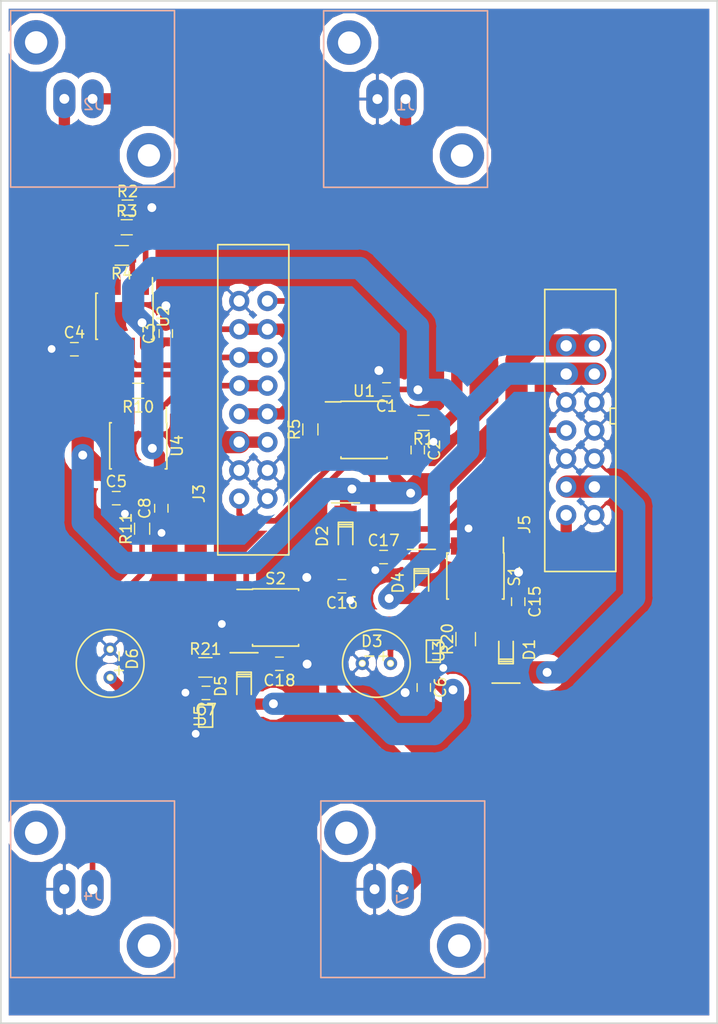
<source format=kicad_pcb>
(kicad_pcb (version 20221018) (generator pcbnew)
  (layers (0 "F.Cu" signal) (31 "B.Cu" signal) (34 "B.Paste" user) (35 "F.Paste" user) (36 "B.SilkS" user "B.Silkscreen") (37 "F.SilkS" user "F.Silkscreen") (38 "B.Mask" user) (39 "F.Mask" user) (44 "Edge.Cuts" user))
  (net 0 "")
  (net 1 "+15V")
  (net 2 "-15V")
  (net 3 "+5V")
  (net 4 "-5V")
  (net 5 "Net-(C15-Pad2)")
  (net 6 "Net-(C16-Pad2)")
  (net 7 "Net-(C17-Pad2)")
  (net 8 "Net-(C18-Pad2)")
  (net 9 "Net-(D3-Pad2)")
  (net 10 "Net-(J1-Pad1)")
  (net 11 "Net-(J2-Pad2)")
  (net 12 "Net-(J2-Pad1)")
  (net 13 "Net-(J4-Pad1)")
  (net 14 "Digital_control")
  (net 15 "Net-(R1-Pad2)")
  (net 16 "Net-(R4-Pad1)")
  (net 17 "Net-(R4-Pad2)")
  (net 18 "Net-(R5-Pad1)")
  (net 19 "Net-(R5-Pad2)")
  (net 20 "rconn_4")
  (net 21 "rconn_3")
  (net 22 "Net-(R10-Pad1)")
  (net 23 "Net-(R10-Pad2)")
  (net 24 "Net-(R11-Pad2)")
  (net 25 "rconn_1")
  (net 26 "rconn_2")
  (net 27 "GND")
  (net 28 "Net-(D6-Pad2)")
  (net 29 "rconn_7")
  (net 30 "rconn_6")
  (net 31 "rconn_5")
  (net 32 "Net-(R20-Pad1)")
  (net 33 "Net-(R21-Pad1)")
  (net 34 "Net-(S1-Pad2)")
  (net 35 "Net-(S1-Pad5)")
  (net 36 "Net-(S2-Pad2)")
  (net 37 "Net-(S2-Pad5)")
  (footprint "Capacitors_SMD:C_0603" (layer "F.Cu") (at 104.954334 135.211379)
    (fp_text reference "C17")
    (fp_text value "0.1uF")
  )
  (footprint "Capacitors_SMD:C_0603" (layer "F.Cu") (at 117.079334 139.226379 -90)
    (fp_text reference "C15")
    (fp_text value "0.1uF")
  )
  (footprint "zmyfootprint:LED" (layer "F.Cu") (at 80.325 144.78 90)
    (fp_text reference "D6")
    (fp_text value "LED")
  )
  (footprint "zmyfootprint:LED" (layer "F.Cu") (at 104.304334 144.78 180)
    (fp_text reference "D3")
    (fp_text value "LED")
  )
  (footprint "zmyfootprint:Diode_SOD80" (layer "F.Cu") (at 108.359334 137.271379 -90)
    (fp_text reference "D4")
    (fp_text value "D")
  )
  (footprint "zmyfootprint:Diode_SOD80" (layer "F.Cu") (at 115.979334 143.801379 90)
    (fp_text reference "D1")
    (fp_text value "D")
  )
  (footprint "Resistors_SMD:R_0603" (layer "F.Cu") (at 98.359334 123.726379 90)
    (fp_text reference "R5")
    (fp_text value "200")
  )
  (footprint "zmyfootprint:TC7SZ125FU" (layer "F.Cu") (at 109.429334 143.686379 90)
    (fp_text reference "U3")
    (fp_text value "TC7SZ125FU")
  )
  (footprint "Resistors_SMD:R_0603" (layer "F.Cu") (at 108.549334 123.136379 180)
    (fp_text reference "R1")
    (fp_text value "50")
  )
  (footprint "Housings_SOIC:SOIC-8-1EP_3.9x4.9mm_Pitch1.27mm" (layer "F.Cu") (at 113.224334 136.916379 -90)
    (fp_text reference "S1")
    (fp_text value "MAX4656")
  )
  (footprint "Housings_SOIC:SOIC-8_3.9x4.9mm_Pitch1.27mm" (layer "F.Cu") (at 103.189334 123.771379)
    (fp_text reference "U1")
    (fp_text value "AD8421")
  )
  (footprint "Resistors_SMD:R_0805" (layer "F.Cu") (at 112.349334 142.596379 90)
    (fp_text reference "R20")
    (fp_text value "200")
  )
  (footprint "Capacitors_SMD:C_0603" (layer "F.Cu") (at 108.574026 146.946062 -90)
    (fp_text reference "C6")
    (fp_text value "0.1uF")
  )
  (footprint "Capacitors_SMD:C_0603" (layer "F.Cu") (at 108.029334 125.576379 -90)
    (fp_text reference "C2")
    (fp_text value "0.1uF")
  )
  (footprint "Capacitors_SMD:C_0603" (layer "F.Cu") (at 105.219334 120.126379 180)
    (fp_text reference "C1")
    (fp_text value "0.1uF")
  )
  (footprint "Capacitors_SMD:C_0603" (layer "F.Cu") (at 80.874334 129.911379)
    (fp_text reference "C5")
    (fp_text value "0.1uF")
  )
  (footprint "Capacitors_SMD:C_0603" (layer "F.Cu") (at 84.934334 130.821379 90)
    (fp_text reference "C8")
    (fp_text value "0.1uF")
  )
  (footprint "Capacitors_SMD:C_0603" (layer "F.Cu") (at 85.339334 115.096379 90)
    (fp_text reference "C3")
    (fp_text value "0.1uF")
  )
  (footprint "Capacitors_SMD:C_0603" (layer "F.Cu") (at 77.104334 116.511379)
    (fp_text reference "C4")
    (fp_text value "0.1uF")
  )
  (footprint "Housings_SOIC:SOIC-8_3.9x4.9mm_Pitch1.27mm" (layer "F.Cu") (at 81.614334 113.546379 -90)
    (fp_text reference "U2")
    (fp_text value "AD8421")
  )
  (footprint "Housings_SOIC:SOIC-8_3.9x4.9mm_Pitch1.27mm" (layer "F.Cu") (at 82.859334 125.201379 -90)
    (fp_text reference "U4")
    (fp_text value "AD8421")
  )
  (footprint "Resistors_SMD:R_0603" (layer "F.Cu") (at 83.204334 132.661379 90)
    (fp_text reference "R11")
    (fp_text value "50")
  )
  (footprint "Resistors_SMD:R_0603" (layer "F.Cu") (at 82.854334 120.251379 180)
    (fp_text reference "R10")
    (fp_text value "1k")
  )
  (footprint "Resistors_SMD:R_0805" (layer "F.Cu") (at 81.369334 108.066379 180)
    (fp_text reference "R4")
    (fp_text value "DNP")
  )
  (footprint "Resistors_SMD:R_0603" (layer "F.Cu") (at 81.819334 105.536379)
    (fp_text reference "R3")
    (fp_text value "1M")
  )
  (footprint "Resistors_SMD:R_0603" (layer "F.Cu") (at 81.899334 103.766379)
    (fp_text reference "R2")
    (fp_text value "50")
  )
  (footprint "Housings_SOIC:SOIC-8-1EP_3.9x4.9mm_Pitch1.27mm" (layer "F.Cu") (at 95.225348 140.648519)
    (fp_text reference "S2")
    (fp_text value "MAX4656")
  )
  (footprint "zmyfootprint:TC7SZ125FU" (layer "F.Cu") (at 88.929334 149.511379 -90)
    (fp_text reference "U5")
    (fp_text value "TC7SZ125FU")
  )
  (footprint "Capacitors_SMD:C_0603" (layer "F.Cu") (at 101.204334 137.836379 180)
    (fp_text reference "C16")
    (fp_text value "0.1uF")
  )
  (footprint "zmyfootprint:16PinConn" (layer "F.Cu") (at 91.95 129.95 90)
    (fp_text reference "J3")
    (fp_text value "Conn_02x08_Odd_Even")
  )
  (footprint "Capacitors_SMD:C_0603" (layer "F.Cu") (at 88.954334 147.436379 180)
    (fp_text reference "C7")
    (fp_text value "0.1uF")
  )
  (footprint "Capacitors_SMD:C_0603" (layer "F.Cu") (at 95.575348 144.813519 180)
    (fp_text reference "C18")
    (fp_text value "0.1uF")
  )
  (footprint "Resistors_SMD:R_0805" (layer "F.Cu") (at 88.904334 145.136379)
    (fp_text reference "R21")
    (fp_text value "200")
  )
  (footprint "zmyfootprint:Diode_SOD80" (layer "F.Cu") (at 92.385348 146.568519 -90)
    (fp_text reference "D5")
    (fp_text value "D")
  )
  (footprint "zmyfootprint:Diode_SOD80" (layer "F.Cu") (at 101.529334 133.086379 -90)
    (fp_text reference "D2")
    (fp_text value "D")
  )
  (footprint "zmyfootprint:14PinConn" (layer "F.Cu") (at 122.67 123.82 90)
    (fp_text reference "J5")
    (fp_text value "Conn_02x07_Odd_Even")
  )
  (footprint "zmyfootprint:BNC-Vertical" (layer "B.Cu") (at 106.934 94 180)
    (fp_text reference "J1")
    (fp_text value "Conn_Coaxial")
  )
  (footprint "zmyfootprint:BNC-Vertical" (layer "B.Cu") (at 106.68 165.1 180)
    (fp_text reference "J7")
    (fp_text value "Conn_Coaxial")
  )
  (footprint "zmyfootprint:BNC-Vertical" (layer "B.Cu") (at 78.74 93.98 180)
    (fp_text reference "J2")
    (fp_text value "Conn_Coaxial")
  )
  (footprint "zmyfootprint:BNC-Vertical" (layer "B.Cu") (at 78.74 165.1 180)
    (fp_text reference "J4")
    (fp_text value "Conn_Coaxial")
  )
  (gr_line (start 135 177.161379) (end 70.479334 177.161379) (stroke (width 0.15)) (layer "Edge.Cuts"))
  (gr_line (start 135 85.161379) (end 135 177.161379) (stroke (width 0.15)) (layer "Edge.Cuts"))
  (gr_line (start 70.479334 85.161379) (end 135 85.161379) (stroke (width 0.15)) (layer "Edge.Cuts"))
  (gr_line (start 70.479334 177.161379) (end 70.479334 85.161379) (stroke (width 0.15)) (layer "Edge.Cuts"))
  (segment (start 105.889334 120.206379) (end 105.969334 120.126379) (width 0.508) (layer "F.Cu") (net 1))
  (segment (start 105.889334 121.866379) (end 105.889334 120.206379) (width 0.508) (layer "F.Cu") (net 1))
  (segment (start 84.764334 127.901379) (end 84.764334 129.901379) (width 0.508) (layer "F.Cu") (net 1))
  (segment (start 84.939334 116.246379) (end 85.339334 115.846379) (width 0.508) (layer "F.Cu") (net 1))
  (segment (start 84.764334 129.901379) (end 84.934334 130.071379) (width 0.508) (layer "F.Cu") (net 1))
  (segment (start 83.519334 116.246379) (end 84.939334 116.246379) (width 0.508) (layer "F.Cu") (net 1))
  (segment (start 83.519334 114.444334) (end 83.2 114.125) (width 1.016) (layer "F.Cu") (net 1))
  (segment (start 84.764334 126.064334) (end 84.125 125.425) (width 1.016) (layer "F.Cu") (net 1))
  (segment (start 105.969334 120.126379) (end 108.010334 120.126379) (width 0.508) (layer "F.Cu") (net 1))
  (segment (start 105.454334 138.936379) (end 108.149334 138.936379) (width 1.016) (layer "F.Cu") (net 1))
  (segment (start 108.149334 138.936379) (end 108.359334 139.146379) (width 1.016) (layer "F.Cu") (net 1))
  (segment (start 83.519334 116.246379) (end 83.519334 114.444334) (width 1.016) (layer "F.Cu") (net 1))
  (segment (start 121.475 118.71) (end 124.015 118.71) (width 2) (layer "F.Cu") (net 1))
  (segment (start 108.010334 120.126379) (end 108.045334 120.161379) (width 0.508) (layer "F.Cu") (net 1))
  (segment (start 84.764334 127.901379) (end 84.764334 126.064334) (width 1.016) (layer "F.Cu") (net 1))
  (via (at 105.454334 138.936379) (size 1.6) (drill 0.8) (layers "F.Cu" "B.Cu") (net 1))
  (via (at 83.2 114.125) (size 1.6) (drill 0.8) (layers "F.Cu" "B.Cu") (net 1))
  (via (at 84.125 125.425) (size 1.6) (drill 0.8) (layers "F.Cu" "B.Cu") (net 1))
  (via (at 108.045334 120.161379) (size 1.6) (drill 0.8) (layers "F.Cu" "B.Cu") (net 1))
  (segment (start 116.015 118.71) (end 121.475 118.71) (width 2) (layer "B.Cu") (net 1))
  (segment (start 102.8 109.2) (end 108.045334 114.445334) (width 2) (layer "B.Cu") (net 1))
  (segment (start 108.045334 114.445334) (end 108.045334 120.161379) (width 2) (layer "B.Cu") (net 1))
  (segment (start 112.579334 122.145666) (end 116.015 118.71) (width 2) (layer "B.Cu") (net 1))
  (segment (start 82.400001 110.949999) (end 84.15 109.2) (width 2) (layer "B.Cu") (net 1))
  (segment (start 82.400001 113.325001) (end 82.400001 110.949999) (width 2) (layer "B.Cu") (net 1))
  (segment (start 112.579334 122.286379) (end 112.579334 122.145666) (width 2) (layer "B.Cu") (net 1))
  (segment (start 109.929334 129.461379) (end 109.929334 128.259298) (width 2) (layer "B.Cu") (net 1))
  (segment (start 83.2 114.125) (end 82.400001 113.325001) (width 2) (layer "B.Cu") (net 1))
  (segment (start 112.579334 122.286379) (end 110.454334 120.161379) (width 2) (layer "B.Cu") (net 1))
  (segment (start 112.579334 125.609298) (end 112.579334 122.286379) (width 2) (layer "B.Cu") (net 1))
  (segment (start 110.454334 120.161379) (end 108.045334 120.161379) (width 2) (layer "B.Cu") (net 1))
  (segment (start 109.929334 128.259298) (end 112.579334 125.609298) (width 2) (layer "B.Cu") (net 1))
  (segment (start 109.929334 134.461379) (end 105.454334 138.936379) (width 2) (layer "B.Cu") (net 1))
  (segment (start 84.15 109.2) (end 102.8 109.2) (width 2) (layer "B.Cu") (net 1))
  (segment (start 84.125 115.05) (end 83.2 114.125) (width 2) (layer "B.Cu") (net 1))
  (segment (start 109.929334 129.461379) (end 109.929334 134.461379) (width 2) (layer "B.Cu") (net 1))
  (segment (start 84.125 125.425) (end 84.125 115.05) (width 2) (layer "B.Cu") (net 1))
  (segment (start 105.889334 125.676379) (end 105.889334 127.961379) (width 1.016) (layer "F.Cu") (net 2))
  (segment (start 105.889334 127.961379) (end 107.389334 129.461379) (width 1.016) (layer "F.Cu") (net 2))
  (segment (start 108.029334 126.326379) (end 106.539334 126.326379) (width 0.508) (layer "F.Cu") (net 2))
  (segment (start 106.539334 126.326379) (end 105.889334 125.676379) (width 0.508) (layer "F.Cu") (net 2))
  (segment (start 77.854334 126.036379) (end 77.854334 119.736379) (width 2) (layer "F.Cu") (net 2))
  (segment (start 79.709334 118.037379) (end 78.710334 119.036379) (width 1.016) (layer "F.Cu") (net 2))
  (segment (start 79.709334 116.246379) (end 79.709334 118.037379) (width 1.016) (layer "F.Cu") (net 2))
  (segment (start 77.854334 119.736379) (end 78.554334 119.036379) (width 2) (layer "F.Cu") (net 2))
  (segment (start 80.954334 127.901379) (end 79.638334 127.901379) (width 1.016) (layer "F.Cu") (net 2))
  (segment (start 79.098334 127.280379) (end 77.854334 126.036379) (width 2) (layer "F.Cu") (net 2))
  (segment (start 79.098334 127.361379) (end 79.098334 127.280379) (width 2) (layer "F.Cu") (net 2))
  (segment (start 78.710334 119.036379) (end 78.554334 119.036379) (width 1.016) (layer "F.Cu") (net 2))
  (segment (start 80.124334 129.911379) (end 80.124334 128.731379) (width 0.508) (layer "F.Cu") (net 2))
  (segment (start 79.444334 116.511379) (end 79.709334 116.246379) (width 0.508) (layer "F.Cu") (net 2))
  (segment (start 77.854334 116.511379) (end 79.444334 116.511379) (width 0.508) (layer "F.Cu") (net 2))
  (segment (start 80.774334 127.721379) (end 80.954334 127.901379) (width 1.016) (layer "F.Cu") (net 2))
  (segment (start 79.638334 127.901379) (end 79.098334 127.361379) (width 1.016) (layer "F.Cu") (net 2))
  (segment (start 80.124334 128.731379) (end 80.954334 127.901379) (width 0.508) (layer "F.Cu") (net 2))
  (segment (start 101.529334 129.661379) (end 102.104334 129.086379) (width 1.016) (layer "F.Cu") (net 2))
  (segment (start 101.529334 131.211379) (end 101.529334 129.661379) (width 1.016) (layer "F.Cu") (net 2))
  (segment (start 116.925 121.975) (end 116.925 117.5) (width 2) (layer "F.Cu") (net 2))
  (segment (start 107.389334 129.461379) (end 108.189333 128.66138) (width 2) (layer "F.Cu") (net 2))
  (segment (start 121.475 116.17) (end 124.015 116.17) (width 2) (layer "F.Cu") (net 2))
  (segment (start 108.189333 128.66138) (end 110.23862 128.66138) (width 2) (layer "F.Cu") (net 2))
  (segment (start 110.23862 128.66138) (end 116.925 121.975) (width 2) (layer "F.Cu") (net 2))
  (segment (start 118.255 116.17) (end 121.475 116.17) (width 2) (layer "F.Cu") (net 2))
  (segment (start 116.925 117.5) (end 118.255 116.17) (width 2) (layer "F.Cu") (net 2))
  (via (at 77.854334 126.036379) (size 1.6) (drill 0.8) (layers "F.Cu" "B.Cu") (net 2))
  (via (at 107.389334 129.461379) (size 1.6) (drill 0.8) (layers "F.Cu" "B.Cu") (net 2))
  (via (at 102.104334 129.086379) (size 1.6) (drill 0.8) (layers "F.Cu" "B.Cu") (net 2))
  (segment (start 93.113621 135.736379) (end 81.504334 135.736379) (width 2) (layer "B.Cu") (net 2))
  (segment (start 99.764336 129.086379) (end 102.104334 129.086379) (width 2) (layer "B.Cu") (net 2))
  (segment (start 77.854334 126.036379) (end 77.854334 132.086379) (width 2) (layer "B.Cu") (net 2))
  (segment (start 95.504334 133.346381) (end 99.764336 129.086379) (width 2) (layer "B.Cu") (net 2))
  (segment (start 77.854334 132.086379) (end 81.504334 135.736379) (width 2) (layer "B.Cu") (net 2))
  (segment (start 102.479334 129.461379) (end 102.104334 129.086379) (width 2) (layer "B.Cu") (net 2))
  (segment (start 107.389334 129.461379) (end 102.479334 129.461379) (width 2) (layer "B.Cu") (net 2))
  (segment (start 95.504334 133.346381) (end 95.503619 133.346381) (width 2) (layer "B.Cu") (net 2))
  (segment (start 95.503619 133.346381) (end 93.113621 135.736379) (width 2) (layer "B.Cu") (net 2))
  (segment (start 108.529334 144.336379) (end 108.529334 146.15137) (width 0.508) (layer "F.Cu") (net 3))
  (segment (start 108.529334 146.15137) (end 108.574026 146.196062) (width 0.508) (layer "F.Cu") (net 3))
  (segment (start 94.997194 148.443519) (end 95.029334 148.411379) (width 1.016) (layer "F.Cu") (net 3))
  (segment (start 89.854334 146.386379) (end 89.854334 147.286379) (width 0.508) (layer "F.Cu") (net 3))
  (segment (start 89.854334 145.136379) (end 89.854334 146.386379) (width 0.508) (layer "F.Cu") (net 3))
  (segment (start 92.385348 148.443519) (end 94.997194 148.443519) (width 1.016) (layer "F.Cu") (net 3))
  (segment (start 89.704334 148.736379) (end 89.829334 148.861379) (width 0.508) (layer "F.Cu") (net 3))
  (segment (start 88.029334 140.711379) (end 88.029334 126.770666) (width 2) (layer "F.Cu") (net 3))
  (segment (start 89.854334 147.286379) (end 89.704334 147.436379) (width 0.508) (layer "F.Cu") (net 3))
  (segment (start 89.854334 145.136379) (end 89.854334 143.470379) (width 1.016) (layer "F.Cu") (net 3))
  (segment (start 89.704334 147.436379) (end 89.704334 148.45) (width 0.508) (layer "F.Cu") (net 3))
  (segment (start 89.93 124.87) (end 91.95 124.87) (width 2) (layer "F.Cu") (net 3))
  (segment (start 110.454334 147.161379) (end 111.204334 147.161379) (width 1.016) (layer "F.Cu") (net 3))
  (segment (start 89.704334 148.45) (end 89.704334 148.736379) (width 0.508) (layer "F.Cu") (net 3))
  (segment (start 89.854334 143.470379) (end 88.029334 141.645379) (width 1.016) (layer "F.Cu") (net 3))
  (segment (start 90.870867 148.45) (end 89.704334 148.45) (width 0.508) (layer "F.Cu") (net 3))
  (segment (start 91.95 124.87) (end 94.49 124.87) (width 1.016) (layer "F.Cu") (net 3))
  (segment (start 88.029334 126.770666) (end 89.93 124.87) (width 2) (layer "F.Cu") (net 3))
  (segment (start 109.489017 146.196062) (end 110.454334 147.161379) (width 1.016) (layer "F.Cu") (net 3))
  (segment (start 90.877348 148.443519) (end 90.870867 148.45) (width 0.508) (layer "F.Cu") (net 3))
  (segment (start 88.029334 141.645379) (end 88.029334 140.711379) (width 1.016) (layer "F.Cu") (net 3))
  (segment (start 92.385348 148.443519) (end 90.877348 148.443519) (width 0.508) (layer "F.Cu") (net 3))
  (segment (start 108.574026 146.196062) (end 109.489017 146.196062) (width 1.016) (layer "F.Cu") (net 3))
  (via (at 95.029334 148.411379) (size 1.6) (drill 0.8) (layers "F.Cu" "B.Cu") (net 3))
  (via (at 111.204334 147.161379) (size 1.6) (drill 0.8) (layers "F.Cu" "B.Cu") (net 3))
  (segment (start 103.079334 148.411379) (end 105.804334 151.136379) (width 2) (layer "B.Cu") (net 3))
  (segment (start 105.804334 151.136379) (end 109.529334 151.136379) (width 2) (layer "B.Cu") (net 3))
  (segment (start 95.029334 148.411379) (end 103.079334 148.411379) (width 2) (layer "B.Cu") (net 3))
  (segment (start 111.204334 149.461379) (end 111.204334 147.161379) (width 2) (layer "B.Cu") (net 3))
  (segment (start 109.529334 151.136379) (end 111.204334 149.461379) (width 2) (layer "B.Cu") (net 3))
  (segment (start 121.475 128.87) (end 124.015 128.87) (width 2) (layer "F.Cu") (net 4))
  (segment (start 119.679334 145.586379) (end 116.069334 145.586379) (width 2) (layer "F.Cu") (net 4))
  (segment (start 116.069334 145.586379) (end 115.979334 145.676379) (width 2) (layer "F.Cu") (net 4))
  (via (at 119.679334 145.586379) (size 1.6) (drill 0.8) (layers "F.Cu" "B.Cu") (net 4))
  (segment (start 125.745 128.87) (end 124.015 128.87) (width 2) (layer "B.Cu") (net 4))
  (segment (start 127.525 138.872083) (end 127.525 130.65) (width 2) (layer "B.Cu") (net 4))
  (segment (start 119.679334 145.586379) (end 120.810704 145.586379) (width 2) (layer "B.Cu") (net 4))
  (segment (start 127.525 130.65) (end 125.745 128.87) (width 2) (layer "B.Cu") (net 4))
  (segment (start 120.810704 145.586379) (end 127.525 138.872083) (width 2) (layer "B.Cu") (net 4))
  (segment (start 113.859334 141.314379) (end 114.471334 141.926379) (width 0.508) (layer "F.Cu") (net 5))
  (segment (start 113.859334 139.616379) (end 113.859334 141.314379) (width 0.508) (layer "F.Cu") (net 5))
  (segment (start 114.471334 141.926379) (end 115.979334 141.926379) (width 0.508) (layer "F.Cu") (net 5))
  (segment (start 117.079334 139.976379) (end 117.079334 140.826379) (width 0.508) (layer "F.Cu") (net 5))
  (segment (start 117.079334 140.826379) (end 115.979334 141.926379) (width 0.508) (layer "F.Cu") (net 5))
  (segment (start 100.331474 137.713519) (end 100.454334 137.836379) (width 0.508) (layer "F.Cu") (net 6))
  (segment (start 100.454334 136.036379) (end 101.529334 134.961379) (width 0.508) (layer "F.Cu") (net 6))
  (segment (start 97.925348 140.013519) (end 100.031474 140.013519) (width 0.508) (layer "F.Cu") (net 6))
  (segment (start 100.454334 137.836379) (end 100.454334 136.036379) (width 0.508) (layer "F.Cu") (net 6))
  (segment (start 100.031474 140.013519) (end 100.454334 139.590659) (width 0.508) (layer "F.Cu") (net 6))
  (segment (start 100.454334 139.590659) (end 100.454334 137.836379) (width 0.508) (layer "F.Cu") (net 6))
  (segment (start 108.174334 135.211379) (end 108.359334 135.396379) (width 0.508) (layer "F.Cu") (net 7))
  (segment (start 105.704334 135.211379) (end 108.174334 135.211379) (width 0.508) (layer "F.Cu") (net 7))
  (segment (start 111.319334 134.216379) (end 110.511334 134.216379) (width 0.508) (layer "F.Cu") (net 7))
  (segment (start 108.359334 134.263379) (end 108.359334 135.396379) (width 0.508) (layer "F.Cu") (net 7))
  (segment (start 108.386334 134.236379) (end 108.359334 134.263379) (width 0.508) (layer "F.Cu") (net 7))
  (segment (start 110.491334 134.236379) (end 108.386334 134.236379) (width 0.508) (layer "F.Cu") (net 7))
  (segment (start 110.511334 134.216379) (end 110.491334 134.236379) (width 0.508) (layer "F.Cu") (net 7))
  (segment (start 94.705348 144.693519) (end 94.825348 144.813519) (width 0.508) (layer "F.Cu") (net 8))
  (segment (start 92.385348 144.693519) (end 94.705348 144.693519) (width 0.508) (layer "F.Cu") (net 8))
  (segment (start 92.385348 144.693519) (end 92.385348 142.693519) (width 0.508) (layer "F.Cu") (net 8))
  (segment (start 92.385348 142.693519) (end 92.525348 142.553519) (width 0.508) (layer "F.Cu") (net 8))
  (segment (start 105.574334 143.574334) (end 105.574334 144.78) (width 0.508) (layer "F.Cu") (net 9))
  (segment (start 108.529334 143.036379) (end 108.304334 142.811379) (width 0.508) (layer "F.Cu") (net 9))
  (segment (start 108.304334 142.811379) (end 106.288621 142.811379) (width 0.508) (layer "F.Cu") (net 9))
  (segment (start 105.55 143.55) (end 105.574334 143.574334) (width 0.508) (layer "F.Cu") (net 9))
  (segment (start 106.288621 142.811379) (end 105.55 143.55) (width 0.508) (layer "F.Cu") (net 9))
  (segment (start 109.299334 123.136379) (end 110.565334 123.136379) (width 1.016) (layer "F.Cu") (net 10))
  (segment (start 106.934 104.684) (end 106.934 94) (width 1.016) (layer "F.Cu") (net 10))
  (segment (start 111.55 109.3) (end 106.934 104.684) (width 1.016) (layer "F.Cu") (net 10))
  (segment (start 110.565334 123.136379) (end 111.55 122.151713) (width 1.016) (layer "F.Cu") (net 10))
  (segment (start 111.55 122.151713) (end 111.55 109.3) (width 1.016) (layer "F.Cu") (net 10))
  (segment (start 80.311334 105.536379) (end 79.109334 106.738379) (width 0.508) (layer "F.Cu") (net 11))
  (segment (start 79.109334 108.963379) (end 79.709334 109.563379) (width 0.508) (layer "F.Cu") (net 11))
  (segment (start 79.109334 106.738379) (end 79.109334 108.963379) (width 0.508) (layer "F.Cu") (net 11))
  (segment (start 81.149334 103.766379) (end 81.149334 105.456379) (width 0.508) (layer "F.Cu") (net 11))
  (segment (start 79.709334 109.563379) (end 79.709334 110.846379) (width 0.508) (layer "F.Cu") (net 11))
  (segment (start 81.149334 105.456379) (end 81.069334 105.536379) (width 0.508) (layer "F.Cu") (net 11))
  (segment (start 81.069334 105.536379) (end 80.311334 105.536379) (width 0.508) (layer "F.Cu") (net 11))
  (segment (start 81.149334 102.300379) (end 76.2 97.351045) (width 1.016) (layer "F.Cu") (net 11))
  (segment (start 76.2 97.351045) (end 76.2 96.746) (width 1.016) (layer "F.Cu") (net 11))
  (segment (start 76.2 96.746) (end 76.2 93.98) (width 1.016) (layer "F.Cu") (net 11))
  (segment (start 81.149334 103.766379) (end 81.149334 102.300379) (width 1.016) (layer "F.Cu") (net 11))
  (segment (start 83.519334 106.561379) (end 83.519334 109.563379) (width 0.508) (layer "F.Cu") (net 12))
  (segment (start 83.327334 105.536379) (end 83.519334 105.728379) (width 0.508) (layer "F.Cu") (net 12))
  (segment (start 83.519334 105.728379) (end 83.519334 106.106379) (width 0.508) (layer "F.Cu") (net 12))
  (segment (start 83.519334 106.106379) (end 83.519334 106.561379) (width 0.508) (layer "F.Cu") (net 12))
  (segment (start 83.519334 109.563379) (end 83.519334 110.846379) (width 0.508) (layer "F.Cu") (net 12))
  (segment (start 82.569334 105.536379) (end 83.327334 105.536379) (width 0.508) (layer "F.Cu") (net 12))
  (segment (start 88.4 102.75) (end 88.4 97.15) (width 1.016) (layer "F.Cu") (net 12))
  (segment (start 83.327334 105.536379) (end 85.613621 105.536379) (width 1.016) (layer "F.Cu") (net 12))
  (segment (start 85.23 93.98) (end 78.74 93.98) (width 1.016) (layer "F.Cu") (net 12))
  (segment (start 85.613621 105.536379) (end 88.4 102.75) (width 1.016) (layer "F.Cu") (net 12))
  (segment (start 79.85 94) (end 79 94) (width 0.508) (layer "F.Cu") (net 12))
  (segment (start 88.4 97.15) (end 85.23 93.98) (width 1.016) (layer "F.Cu") (net 12))
  (segment (start 79.83 93.98) (end 79.85 94) (width 0.508) (layer "F.Cu") (net 12))
  (segment (start 78.74 93.98) (end 79.83 93.98) (width 0.508) (layer "F.Cu") (net 12))
  (segment (start 83.204334 136.695666) (end 83.204334 133.411379) (width 0.508) (layer "F.Cu") (net 13))
  (segment (start 78.74 165.1) (end 78.74 141.16) (width 0.508) (layer "F.Cu") (net 13))
  (segment (start 78.74 141.16) (end 83.204334 136.695666) (width 0.508) (layer "F.Cu") (net 13))
  (segment (start 112.589334 141.406379) (end 112.349334 141.646379) (width 0.508) (layer "F.Cu") (net 14))
  (segment (start 112.589334 139.616379) (end 112.589334 141.406379) (width 0.508) (layer "F.Cu") (net 14))
  (segment (start 112.137194 141.858519) (end 112.349334 141.646379) (width 0.508) (layer "F.Cu") (net 14))
  (segment (start 107.489334 141.646379) (end 112.349334 141.646379) (width 0.508) (layer "F.Cu") (net 14))
  (segment (start 102.575 149.525) (end 100.85 147.8) (width 1.016) (layer "F.Cu") (net 14))
  (segment (start 100.3 141.9) (end 100.3 141.283519) (width 0.508) (layer "F.Cu") (net 14))
  (segment (start 106.68 165.1) (end 107.05 165.1) (width 1.016) (layer "F.Cu") (net 14))
  (segment (start 106.654334 140.811379) (end 107.489334 141.646379) (width 0.508) (layer "F.Cu") (net 14))
  (segment (start 102.55 140.811379) (end 106.654334 140.811379) (width 0.508) (layer "F.Cu") (net 14))
  (segment (start 97.925348 141.283519) (end 100.3 141.283519) (width 0.508) (layer "F.Cu") (net 14))
  (segment (start 108 164.15) (end 108 154.95) (width 1.016) (layer "F.Cu") (net 14))
  (segment (start 100.3 141.283519) (end 100.864068 141.283519) (width 0.508) (layer "F.Cu") (net 14))
  (segment (start 108 154.95) (end 102.575 149.525) (width 1.016) (layer "F.Cu") (net 14))
  (segment (start 100.85 147.8) (end 100.3 147.25) (width 1.016) (layer "F.Cu") (net 14))
  (segment (start 107.05 165.1) (end 108 164.15) (width 1.016) (layer "F.Cu") (net 14))
  (segment (start 100.3 147.25) (end 100.3 141.9) (width 1.016) (layer "F.Cu") (net 14))
  (segment (start 101.336208 140.811379) (end 102.55 140.811379) (width 0.508) (layer "F.Cu") (net 14))
  (segment (start 100.864068 141.283519) (end 101.336208 140.811379) (width 0.508) (layer "F.Cu") (net 14))
  (segment (start 105.889334 123.136379) (end 107.799334 123.136379) (width 0.508) (layer "F.Cu") (net 15))
  (segment (start 82.319334 110.776379) (end 82.249334 110.846379) (width 0.508) (layer "F.Cu") (net 16))
  (segment (start 82.319334 108.066379) (end 82.319334 110.776379) (width 0.508) (layer "F.Cu") (net 16))
  (segment (start 80.419334 108.066379) (end 80.979334 108.626379) (width 0.508) (layer "F.Cu") (net 17))
  (segment (start 80.979334 108.626379) (end 80.979334 110.846379) (width 0.508) (layer "F.Cu") (net 17))
  (segment (start 100.489334 124.406379) (end 98.429334 124.406379) (width 0.508) (layer "F.Cu") (net 18))
  (segment (start 98.429334 124.406379) (end 98.359334 124.476379) (width 0.508) (layer "F.Cu") (net 18))
  (segment (start 98.519334 123.136379) (end 98.359334 122.976379) (width 0.508) (layer "F.Cu") (net 19))
  (segment (start 100.489334 123.136379) (end 98.519334 123.136379) (width 0.508) (layer "F.Cu") (net 19))
  (segment (start 80.979334 116.246379) (end 80.979334 118.786379) (width 0.508) (layer "F.Cu") (net 20))
  (segment (start 80.979334 118.786379) (end 80.979334 122.476379) (width 0.508) (layer "F.Cu") (net 20))
  (segment (start 80.979334 122.476379) (end 80.954334 122.501379) (width 0.508) (layer "F.Cu") (net 20))
  (segment (start 89.675 118.275) (end 89.675 117.625) (width 0.508) (layer "F.Cu") (net 20))
  (segment (start 89.163621 118.786379) (end 89.675 118.275) (width 0.508) (layer "F.Cu") (net 20))
  (segment (start 91.95 117.25) (end 94.49 117.25) (width 1.016) (layer "F.Cu") (net 20))
  (segment (start 89.675 117.625) (end 90.05 117.25) (width 0.508) (layer "F.Cu") (net 20))
  (segment (start 80.979334 118.786379) (end 89.163621 118.786379) (width 0.508) (layer "F.Cu") (net 20))
  (segment (start 90.05 117.25) (end 91.95 117.25) (width 0.508) (layer "F.Cu") (net 20))
  (segment (start 91.95 119.79) (end 94.49 119.79) (width 1.016) (layer "F.Cu") (net 21))
  (segment (start 84.764334 122.501379) (end 84.764334 122.026379) (width 0.508) (layer "F.Cu") (net 21))
  (segment (start 84.764334 122.026379) (end 87.000713 119.79) (width 0.508) (layer "F.Cu") (net 21))
  (segment (start 90.660238 119.79) (end 91.95 119.79) (width 0.508) (layer "F.Cu") (net 21))
  (segment (start 87.000713 119.79) (end 90.660238 119.79) (width 0.508) (layer "F.Cu") (net 21))
  (segment (start 83.434334 122.441379) (end 83.494334 122.501379) (width 0.508) (layer "F.Cu") (net 22))
  (segment (start 83.494334 122.501379) (end 83.494334 120.361379) (width 0.508) (layer "F.Cu") (net 22))
  (segment (start 83.494334 120.361379) (end 83.604334 120.251379) (width 0.508) (layer "F.Cu") (net 22))
  (segment (start 82.224334 120.371379) (end 82.104334 120.251379) (width 0.508) (layer "F.Cu") (net 23))
  (segment (start 82.224334 122.501379) (end 82.224334 120.371379) (width 0.508) (layer "F.Cu") (net 23))
  (segment (start 83.494334 127.901379) (end 83.494334 131.621379) (width 0.508) (layer "F.Cu") (net 24))
  (segment (start 83.494334 131.621379) (end 83.204334 131.911379) (width 0.508) (layer "F.Cu") (net 24))
  (segment (start 121.208621 134.216379) (end 121.4 134.025) (width 1.016) (layer "F.Cu") (net 25))
  (segment (start 121.4 134.025) (end 121.4 131.44) (width 1.016) (layer "F.Cu") (net 25))
  (segment (start 121.208621 134.216379) (end 115.129334 134.216379) (width 1.016) (layer "F.Cu") (net 25))
  (segment (start 109.244334 132.686379) (end 112.469334 129.461379) (width 0.508) (layer "F.Cu") (net 26))
  (segment (start 103.254334 127.186379) (end 103.979334 127.911379) (width 0.508) (layer "F.Cu") (net 26))
  (segment (start 99.929334 128.586379) (end 101.329334 127.186379) (width 0.508) (layer "F.Cu") (net 26))
  (segment (start 112.469334 129.461379) (end 112.469334 129.405666) (width 0.508) (layer "F.Cu") (net 26))
  (segment (start 99.929334 128.661379) (end 99.929334 128.586379) (width 0.508) (layer "F.Cu") (net 26))
  (segment (start 118.085 123.79) (end 121.475 123.79) (width 0.508) (layer "F.Cu") (net 26))
  (segment (start 92.525348 138.743519) (end 92.579334 138.689533) (width 0.508) (layer "F.Cu") (net 26))
  (segment (start 103.979334 127.911379) (end 103.979334 130.986379) (width 0.508) (layer "F.Cu") (net 26))
  (segment (start 92.579334 136.011379) (end 97.254334 131.336379) (width 0.508) (layer "F.Cu") (net 26))
  (segment (start 97.254334 131.336379) (end 99.929334 128.661379) (width 0.508) (layer "F.Cu") (net 26))
  (segment (start 92.579334 138.689533) (end 92.579334 136.011379) (width 0.508) (layer "F.Cu") (net 26))
  (segment (start 105.679334 132.686379) (end 109.244334 132.686379) (width 0.508) (layer "F.Cu") (net 26))
  (segment (start 97.229334 131.336379) (end 97.254334 131.336379) (width 0.508) (layer "F.Cu") (net 26))
  (segment (start 101.329334 127.186379) (end 103.254334 127.186379) (width 0.508) (layer "F.Cu") (net 26))
  (segment (start 103.979334 130.986379) (end 105.679334 132.686379) (width 0.508) (layer "F.Cu") (net 26))
  (segment (start 112.469334 129.405666) (end 118.085 123.79) (width 0.508) (layer "F.Cu") (net 26))
  (segment (start 116.269334 138.476379) (end 115.129334 139.616379) (width 0.508) (layer "F.Cu") (net 27))
  (segment (start 105.889334 124.406379) (end 107.609334 124.406379) (width 0.508) (layer "F.Cu") (net 27))
  (segment (start 107.609334 124.406379) (end 108.029334 124.826379) (width 0.508) (layer "F.Cu") (net 27))
  (segment (start 117.079334 138.476379) (end 116.269334 138.476379) (width 0.508) (layer "F.Cu") (net 27))
  (segment (start 107.184026 147.696062) (end 106.894026 147.406062) (width 1.016) (layer "F.Cu") (net 27))
  (segment (start 108.574026 147.696062) (end 107.184026 147.696062) (width 1.016) (layer "F.Cu") (net 27))
  (segment (start 117.079334 136.606379) (end 117.109334 136.576379) (width 1.016) (layer "F.Cu") (net 27))
  (segment (start 117.079334 138.476379) (end 117.079334 136.606379) (width 1.016) (layer "F.Cu") (net 27))
  (segment (start 104.469334 118.486379) (end 104.529334 118.426379) (width 1.016) (layer "F.Cu") (net 27))
  (segment (start 104.469334 120.126379) (end 104.469334 118.486379) (width 1.016) (layer "F.Cu") (net 27))
  (segment (start 84.934334 133.016379) (end 84.954334 133.036379) (width 0.508) (layer "F.Cu") (net 27))
  (segment (start 75.079334 116.511379) (end 75.054334 116.486379) (width 0.508) (layer "F.Cu") (net 27))
  (segment (start 84.934334 131.571379) (end 84.934334 133.016379) (width 0.508) (layer "F.Cu") (net 27))
  (segment (start 85.339334 112.606379) (end 85.349334 112.596379) (width 1.016) (layer "F.Cu") (net 27))
  (segment (start 82.649334 103.766379) (end 84.079334 103.766379) (width 1.016) (layer "F.Cu") (net 27))
  (segment (start 82.224334 127.901379) (end 82.224334 129.311379) (width 0.508) (layer "F.Cu") (net 27))
  (segment (start 85.339334 114.346379) (end 85.339334 112.606379) (width 1.016) (layer "F.Cu") (net 27))
  (segment (start 76.354334 116.511379) (end 75.079334 116.511379) (width 0.508) (layer "F.Cu") (net 27))
  (segment (start 82.224334 129.311379) (end 81.624334 129.911379) (width 0.508) (layer "F.Cu") (net 27))
  (segment (start 87.129334 147.436379) (end 87.104334 147.411379) (width 0.508) (layer "F.Cu") (net 27))
  (segment (start 88.029334 147.611379) (end 88.204334 147.436379) (width 0.25) (layer "F.Cu") (net 27))
  (segment (start 88.029334 148.861379) (end 88.029334 147.611379) (width 0.25) (layer "F.Cu") (net 27))
  (segment (start 88.029334 150.161379) (end 88.029334 151.111379) (width 0.508) (layer "F.Cu") (net 27))
  (segment (start 88.204334 147.436379) (end 87.129334 147.436379) (width 0.508) (layer "F.Cu") (net 27))
  (segment (start 98.036474 144.813519) (end 98.064334 144.841379) (width 1.016) (layer "F.Cu") (net 27))
  (segment (start 97.925348 138.743519) (end 97.925348 137.150365) (width 1.016) (layer "F.Cu") (net 27))
  (segment (start 92.525348 141.283519) (end 90.436474 141.283519) (width 1.016) (layer "F.Cu") (net 27))
  (segment (start 96.325348 144.813519) (end 98.036474 144.813519) (width 1.016) (layer "F.Cu") (net 27))
  (segment (start 101.954334 137.836379) (end 101.954334 139.111379) (width 0.508) (layer "F.Cu") (net 27))
  (segment (start 110.329334 143.036379) (end 109.713621 143.036379) (width 0.508) (layer "F.Cu") (net 27))
  (segment (start 109.444334 124.826379) (end 109.454334 124.836379) (width 0.508) (layer "F.Cu") (net 27))
  (segment (start 112.589334 132.651379) (end 112.604334 132.636379) (width 0.508) (layer "F.Cu") (net 27))
  (segment (start 109.5 143.25) (end 109.5 144) (width 0.508) (layer "F.Cu") (net 27))
  (segment (start 112.589334 134.216379) (end 112.589334 132.651379) (width 0.508) (layer "F.Cu") (net 27))
  (segment (start 109.713621 143.036379) (end 109.5 143.25) (width 0.508) (layer "F.Cu") (net 27))
  (segment (start 104.204334 135.211379) (end 104.204334 136.386379) (width 0.508) (layer "F.Cu") (net 27))
  (segment (start 109.5 144) (end 109.8 144.3) (width 0.508) (layer "F.Cu") (net 27))
  (segment (start 81.624334 129.911379) (end 81.624334 131.281379) (width 0.508) (layer "F.Cu") (net 27))
  (segment (start 109.8 144.3) (end 110.292955 144.3) (width 0.508) (layer "F.Cu") (net 27))
  (segment (start 110.292955 144.3) (end 110.329334 144.336379) (width 0.508) (layer "F.Cu") (net 27))
  (segment (start 108.029334 124.826379) (end 109.444334 124.826379) (width 0.508) (layer "F.Cu") (net 27))
  (segment (start 110.329334 144.336379) (end 110.329334 145.186379) (width 0.25) (layer "F.Cu") (net 27))
  (segment (start 81.624334 131.281379) (end 81.654334 131.311379) (width 0.508) (layer "F.Cu") (net 27))
  (via (at 104.529334 118.426379) (size 1.6) (drill 0.8) (layers "F.Cu" "B.Cu") (net 27))
  (via (at 117.109334 136.576379) (size 1.6) (drill 0.8) (layers "F.Cu" "B.Cu") (net 27))
  (via (at 106.894026 147.406062) (size 1.6) (drill 0.8) (layers "F.Cu" "B.Cu") (net 27))
  (via (at 84.954334 133.036379) (size 1) (drill 0.7) (layers "F.Cu" "B.Cu") (net 27))
  (via (at 85.349334 112.596379) (size 1.6) (drill 0.8) (layers "F.Cu" "B.Cu") (net 27))
  (via (at 84.079334 103.766379) (size 1.6) (drill 0.8) (layers "F.Cu" "B.Cu") (net 27))
  (via (at 75.054334 116.486379) (size 1) (drill 0.7) (layers "F.Cu" "B.Cu") (net 27))
  (via (at 98.034334 137.041379) (size 1.6) (drill 0.8) (layers "F.Cu" "B.Cu") (net 27))
  (via (at 88.029334 151.111379) (size 1) (drill 0.7) (layers "F.Cu" "B.Cu") (net 27))
  (via (at 90.384334 141.231379) (size 1) (drill 0.7) (layers "F.Cu" "B.Cu") (net 27))
  (via (at 87.104334 147.411379) (size 1) (drill 0.7) (layers "F.Cu" "B.Cu") (net 27))
  (via (at 98.064334 144.841379) (size 1.6) (drill 0.8) (layers "F.Cu" "B.Cu") (net 27))
  (via (at 104.204334 136.386379) (size 1) (drill 0.7) (layers "F.Cu" "B.Cu") (net 27))
  (via (at 81.654334 131.311379) (size 1) (drill 0.7) (layers "F.Cu" "B.Cu") (net 27))
  (via (at 109.454334 124.836379) (size 1) (drill 0.7) (layers "F.Cu" "B.Cu") (net 27))
  (via (at 101.954334 139.111379) (size 1) (drill 0.7) (layers "F.Cu" "B.Cu") (net 27))
  (via (at 112.604334 132.636379) (size 1) (drill 0.7) (layers "F.Cu" "B.Cu") (net 27))
  (via (at 110.329334 145.186379) (size 1) (drill 0.7) (layers "F.Cu" "B.Cu") (net 27))
  (segment (start 89.1 152.65) (end 84.9 152.65) (width 1.016) (layer "F.Cu") (net 28))
  (segment (start 89.829334 150.161379) (end 89.829334 151.920666) (width 1.016) (layer "F.Cu") (net 28))
  (segment (start 89.829334 151.920666) (end 89.1 152.65) (width 1.016) (layer "F.Cu") (net 28))
  (segment (start 84.9 152.65) (end 81.525 149.275) (width 1.016) (layer "F.Cu") (net 28))
  (segment (start 81.525 149.275) (end 81.375 149.275) (width 1.016) (layer "F.Cu") (net 28))
  (segment (start 81.375 149.275) (end 81.375 147.1) (width 1.016) (layer "F.Cu") (net 28))
  (segment (start 81.375 147.1) (end 80.325 146.05) (width 1.016) (layer "F.Cu") (net 28))
  (segment (start 100.489334 126.710666) (end 100.489334 125.676379) (width 0.508) (layer "F.Cu") (net 29))
  (segment (start 95.25 131.95) (end 100.489334 126.710666) (width 0.508) (layer "F.Cu") (net 29))
  (segment (start 91.95 129.95) (end 91.95 131.35) (width 0.508) (layer "F.Cu") (net 29))
  (segment (start 91.95 131.35) (end 92.55 131.95) (width 0.508) (layer "F.Cu") (net 29))
  (segment (start 92.55 131.95) (end 95.25 131.95) (width 0.508) (layer "F.Cu") (net 29))
  (segment (start 82.669955 117.95) (end 86.025 117.95) (width 0.508) (layer "F.Cu") (net 30))
  (segment (start 82.249334 116.246379) (end 82.249334 117.529379) (width 0.508) (layer "F.Cu") (net 30))
  (segment (start 87.15 115.35) (end 87.79 114.71) (width 0.508) (layer "F.Cu") (net 30))
  (segment (start 87.79 114.71) (end 91.95 114.71) (width 0.508) (layer "F.Cu") (net 30))
  (segment (start 95.795 122.33) (end 94.49 122.33) (width 1.016) (layer "F.Cu") (net 30))
  (segment (start 97.575 120.55) (end 95.795 122.33) (width 1.016) (layer "F.Cu") (net 30))
  (segment (start 95.779762 114.71) (end 97.575 116.505238) (width 1.016) (layer "F.Cu") (net 30))
  (segment (start 94.49 114.71) (end 95.779762 114.71) (width 1.016) (layer "F.Cu") (net 30))
  (segment (start 82.249334 117.529379) (end 82.669955 117.95) (width 0.508) (layer "F.Cu") (net 30))
  (segment (start 87.15 116.825) (end 87.15 115.35) (width 0.508) (layer "F.Cu") (net 30))
  (segment (start 97.575 116.505238) (end 97.575 120.55) (width 1.016) (layer "F.Cu") (net 30))
  (segment (start 91.95 114.71) (end 94.49 114.71) (width 1.016) (layer "F.Cu") (net 30))
  (segment (start 86.025 117.95) (end 87.15 116.825) (width 0.508) (layer "F.Cu") (net 30))
  (segment (start 91.95 122.33) (end 94.49 122.33) (width 1.016) (layer "F.Cu") (net 30))
  (segment (start 99.195 112.17) (end 100.489334 113.464334) (width 0.508) (layer "F.Cu") (net 31))
  (segment (start 100.489334 113.464334) (end 100.489334 121.058379) (width 0.508) (layer "F.Cu") (net 31))
  (segment (start 94.49 112.17) (end 99.195 112.17) (width 0.508) (layer "F.Cu") (net 31))
  (segment (start 100.489334 121.058379) (end 100.489334 121.866379) (width 0.508) (layer "F.Cu") (net 31))
  (segment (start 110.329334 143.686379) (end 112.209334 143.686379) (width 0.25) (layer "F.Cu") (net 32))
  (segment (start 112.209334 143.686379) (end 112.349334 143.546379) (width 0.25) (layer "F.Cu") (net 32))
  (segment (start 86.279334 148.911379) (end 86.879334 149.511379) (width 0.25) (layer "F.Cu") (net 33))
  (segment (start 86.879334 149.511379) (end 88.029334 149.511379) (width 0.25) (layer "F.Cu") (net 33))
  (segment (start 86.279334 146.211379) (end 86.279334 148.911379) (width 0.25) (layer "F.Cu") (net 33))
  (segment (start 87.954334 145.136379) (end 87.354334 145.136379) (width 0.25) (layer "F.Cu") (net 33))
  (segment (start 87.354334 145.136379) (end 86.279334 146.211379) (width 0.25) (layer "F.Cu") (net 33))
  (zone (net 27) (net_name "GND") (layer "F.Cu") (connect_pads (clearance 0.508)) (min_thickness 0.254) (fill yes (thermal_gap 0.508) (thermal_bridge_width 0.508))
    (polygon (pts (xy 70.5 85.2) (xy 135 85.2) (xy 135 177.15) (xy 70.5 177.1)))
  )
  (zone (net 27) (net_name "GND") (layer "B.Cu") (connect_pads (clearance 0.508)) (min_thickness 0.254) (fill yes (thermal_gap 0.508) (thermal_bridge_width 0.508))
    (polygon (pts (xy 135.025 85.175) (xy 135.05 177.175) (xy 70.554334 177.086379) (xy 70.554334 85.236379)))
  )
)
</source>
